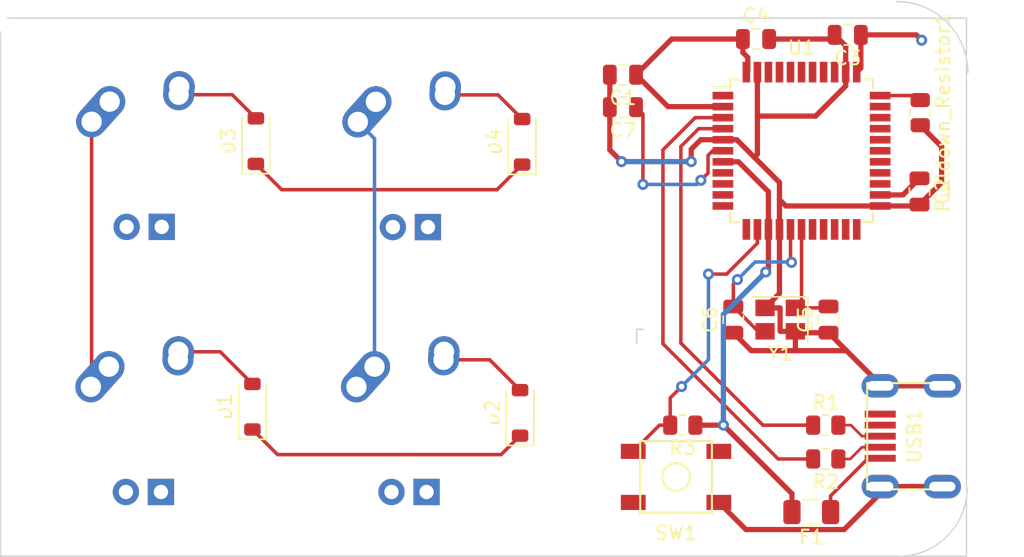
<source format=kicad_pcb>
(kicad_pcb (version 20221018) (generator pcbnew)
  (layers (0 "F.Cu" signal) (31 "B.Cu" signal) (34 "B.Paste" user) (35 "F.Paste" user) (36 "B.SilkS" user "B.Silkscreen") (37 "F.SilkS" user "F.Silkscreen") (38 "B.Mask" user) (39 "F.Mask" user) (44 "Edge.Cuts" user))
  (net 0 "")
  (net 1 "+5V")
  (net 2 "GND")
  (net 3 "Net-(U1-XTAL1)")
  (net 4 "Net-(U1-XTAL2)")
  (net 5 "Net-(U1-UCAP)")
  (net 6 "ROW1")
  (net 7 "Net-(D1-A)")
  (net 8 "Net-(D2-A)")
  (net 9 "ROW0")
  (net 10 "Net-(D3-A)")
  (net 11 "Net-(D4-A)")
  (net 12 "Net-(USB1-VBUS)")
  (net 13 "COL0")
  (net 14 "COL1")
  (net 15 "Net-(U1-~{HWB}{slash}PE2)")
  (net 16 "Net-(U1-D+)")
  (net 17 "D+")
  (net 18 "D-")
  (net 19 "Net-(U1-D-)")
  (net 20 "Net-(U1-~{RESET})")
  (footprint "Capacitor_SMD:C_0805_2012Metric" (layer "F.Cu") (at 170 87.85 90)
    (fp_text reference "C5" (at 0 -1.68 90) (layer "F.SilkS"))
    (fp_text value "22pF")
    (fp_line (start -0.261252 -0.735) (end 0.261252 -0.735) (stroke (width 0.12)) (layer "F.SilkS"))
    (fp_line (start -0.261252 0.735) (end 0.261252 0.735) (stroke (width 0.12)) (layer "F.SilkS"))
    (pad "1" smd roundrect (at -0.95 0 90) (size 1 1.45) (layers "F.Cu" "F.Paste" "F.Mask") (net 2 "GND"))
    (pad "2" smd roundrect (at 0.95 0 90) (size 1 1.45) (layers "F.Cu" "F.Paste" "F.Mask") (net 3 "Net-(U1-XTAL1)"))
  )
  (footprint "Resistor_SMD:R_0805_2012Metric" (layer "F.Cu") (at 169.8 97.95 180)
    (fp_text reference "R2" (at 0 -1.65) (layer "F.SilkS"))
    (fp_text value "22")
    (fp_line (start -0.227064 -0.735) (end 0.227064 -0.735) (stroke (width 0.12)) (layer "F.SilkS"))
    (fp_line (start -0.227064 0.735) (end 0.227064 0.735) (stroke (width 0.12)) (layer "F.SilkS"))
    (pad "1" smd roundrect (at -0.9125 0 180) (size 1.025 1.4) (layers "F.Cu" "F.Paste" "F.Mask") (roundrect_rratio 0.243902) (net 18 "D-"))
    (pad "2" smd roundrect (at 0.9125 0 180) (size 1.025 1.4) (layers "F.Cu" "F.Paste" "F.Mask") (roundrect_rratio 0.243902) (net 19 "Net-(U1-D-)"))
  )
  (footprint "Package_QFP:TQFP-44_10x10mm_P0.8mm" (layer "F.Cu") (at 168.045 75.6125)
    (fp_text reference "U1" (at 0 -7.45) (layer "F.SilkS"))
    (fp_text value "ATmega32U4-A")
    (fp_line (start -5.175 -5.175) (end -5.175 -4.6) (stroke (width 0.15)) (layer "F.SilkS"))
    (fp_line (start -5.175 -5.175) (end -4.5 -5.175) (stroke (width 0.15)) (layer "F.SilkS"))
    (fp_line (start -5.175 -4.6) (end -6.45 -4.6) (stroke (width 0.15)) (layer "F.SilkS"))
    (fp_line (start -5.175 5.175) (end -5.175 4.5) (stroke (width 0.15)) (layer "F.SilkS"))
    (fp_line (start -5.175 5.175) (end -4.5 5.175) (stroke (width 0.15)) (layer "F.SilkS"))
    (fp_line (start 5.175 -5.175) (end 4.5 -5.175) (stroke (width 0.15)) (layer "F.SilkS"))
    (fp_line (start 5.175 -5.175) (end 5.175 -4.5) (stroke (width 0.15)) (layer "F.SilkS"))
    (fp_line (start 5.175 5.175) (end 4.5 5.175) (stroke (width 0.15)) (layer "F.SilkS"))
    (fp_line (start 5.175 5.175) (end 5.175 4.5) (stroke (width 0.15)) (layer "F.SilkS"))
    (pad "1" smd rect (at -5.7 -4) (size 1.5 0.55) (layers "F.Cu" "F.Paste" "F.Mask"))
    (pad "2" smd rect (at -5.7 -3.2) (size 1.5 0.55) (layers "F.Cu" "F.Paste" "F.Mask") (net 1 "+5V"))
    (pad "3" smd rect (at -5.7 -2.4) (size 1.5 0.55) (layers "F.Cu" "F.Paste" "F.Mask") (net 19 "Net-(U1-D-)"))
    (pad "4" smd rect (at -5.7 -1.6) (size 1.5 0.55) (layers "F.Cu" "F.Paste" "F.Mask") (net 16 "Net-(U1-D+)"))
    (pad "5" smd rect (at -5.7 -0.8) (size 1.5 0.55) (layers "F.Cu" "F.Paste" "F.Mask") (net 2 "GND"))
    (pad "6" smd rect (at -5.7 0) (size 1.5 0.55) (layers "F.Cu" "F.Paste" "F.Mask") (net 5 "Net-(U1-UCAP)"))
    (pad "7" smd rect (at -5.7 0.8) (size 1.5 0.55) (layers "F.Cu" "F.Paste" "F.Mask") (net 1 "+5V"))
    (pad "8" smd rect (at -5.7 1.6) (size 1.5 0.55) (layers "F.Cu" "F.Paste" "F.Mask"))
    (pad "9" smd rect (at -5.7 2.4) (size 1.5 0.55) (layers "F.Cu" "F.Paste" "F.Mask"))
    (pad "10" smd rect (at -5.7 3.2) (size 1.5 0.55) (layers "F.Cu" "F.Paste" "F.Mask"))
    (pad "11" smd rect (at -5.7 4) (size 1.5 0.55) (layers "F.Cu" "F.Paste" "F.Mask"))
    (pad "12" smd rect (at -4 5.7 90) (size 1.5 0.55) (layers "F.Cu" "F.Paste" "F.Mask"))
    (pad "13" smd rect (at -3.2 5.7 90) (size 1.5 0.55) (layers "F.Cu" "F.Paste" "F.Mask") (net 20 "Net-(U1-~{RESET})"))
    (pad "14" smd rect (at -2.4 5.7 90) (size 1.5 0.55) (layers "F.Cu" "F.Paste" "F.Mask") (net 1 "+5V"))
    (pad "15" smd rect (at -1.6 5.7 90) (size 1.5 0.55) (layers "F.Cu" "F.Paste" "F.Mask") (net 2 "GND"))
    (pad "16" smd rect (at -0.8 5.7 90) (size 1.5 0.55) (layers "F.Cu" "F.Paste" "F.Mask") (net 4 "Net-(U1-XTAL2)"))
    (pad "17" smd rect (at 0 5.7 90) (size 1.5 0.55) (layers "F.Cu" "F.Paste" "F.Mask") (net 3 "Net-(U1-XTAL1)"))
    (pad "18" smd rect (at 0.8 5.7 90) (size 1.5 0.55) (layers "F.Cu" "F.Paste" "F.Mask"))
    (pad "19" smd rect (at 1.6 5.7 90) (size 1.5 0.55) (layers "F.Cu" "F.Paste" "F.Mask"))
    (pad "20" smd rect (at 2.4 5.7 90) (size 1.5 0.55) (layers "F.Cu" "F.Paste" "F.Mask"))
    (pad "21" smd rect (at 3.2 5.7 90) (size 1.5 0.55) (layers "F.Cu" "F.Paste" "F.Mask"))
    (pad "22" smd rect (at 4 5.7 90) (size 1.5 0.55) (layers "F.Cu" "F.Paste" "F.Mask"))
    (pad "23" smd rect (at 5.7 4) (size 1.5 0.55) (layers "F.Cu" "F.Paste" "F.Mask") (net 2 "GND"))
    (pad "24" smd rect (at 5.7 3.2) (size 1.5 0.55) (layers "F.Cu" "F.Paste" "F.Mask") (net 1 "+5V"))
    (pad "25" smd rect (at 5.7 2.4) (size 1.5 0.55) (layers "F.Cu" "F.Paste" "F.Mask"))
    (pad "26" smd rect (at 5.7 1.6) (size 1.5 0.55) (layers "F.Cu" "F.Paste" "F.Mask"))
    (pad "27" smd rect (at 5.7 0.8) (size 1.5 0.55) (layers "F.Cu" "F.Paste" "F.Mask"))
    (pad "28" smd rect (at 5.7 0) (size 1.5 0.55) (layers "F.Cu" "F.Paste" "F.Mask"))
    (pad "29" smd rect (at 5.7 -0.8) (size 1.5 0.55) (layers "F.Cu" "F.Paste" "F.Mask"))
    (pad "30" smd rect (at 5.7 -1.6) (size 1.5 0.55) (layers "F.Cu" "F.Paste" "F.Mask"))
    (pad "31" smd rect (at 5.7 -2.4) (size 1.5 0.55) (layers "F.Cu" "F.Paste" "F.Mask"))
    (pad "32" smd rect (at 5.7 -3.2) (size 1.5 0.55) (layers "F.Cu" "F.Paste" "F.Mask"))
    (pad "33" smd rect (at 5.7 -4) (size 1.5 0.55) (layers "F.Cu" "F.Paste" "F.Mask") (net 15 "Net-(U1-~{HWB}{slash}PE2)"))
    (pad "34" smd rect (at 4 -5.7 90) (size 1.5 0.55) (layers "F.Cu" "F.Paste" "F.Mask") (net 1 "+5V"))
    (pad "35" smd rect (at 3.2 -5.7 90) (size 1.5 0.55) (layers "F.Cu" "F.Paste" "F.Mask") (net 2 "GND"))
    (pad "36" smd rect (at 2.4 -5.7 90) (size 1.5 0.55) (layers "F.Cu" "F.Paste" "F.Mask"))
    (pad "37" smd rect (at 1.6 -5.7 90) (size 1.5 0.55) (layers "F.Cu" "F.Paste" "F.Mask"))
    (pad "38" smd rect (at 0.8 -5.7 90) (size 1.5 0.55) (layers "F.Cu" "F.Paste" "F.Mask"))
    (pad "39" smd rect (at 0 -5.7 90) (size 1.5 0.55) (layers "F.Cu" "F.Paste" "F.Mask"))
    (pad "40" smd rect (at -0.8 -5.7 90) (size 1.5 0.55) (layers "F.Cu" "F.Paste" "F.Mask"))
    (pad "41" smd rect (at -1.6 -5.7 90) (size 1.5 0.55) (layers "F.Cu" "F.Paste" "F.Mask"))
    (pad "42" smd rect (at -2.4 -5.7 90) (size 1.5 0.55) (layers "F.Cu" "F.Paste" "F.Mask"))
    (pad "43" smd rect (at -3.2 -5.7 90) (size 1.5 0.55) (layers "F.Cu" "F.Paste" "F.Mask") (net 2 "GND"))
    (pad "44" smd rect (at -4 -5.7 90) (size 1.5 0.55) (layers "F.Cu" "F.Paste" "F.Mask") (net 1 "+5V"))
  )
  (footprint "Diode_SMD:D_SOD-123" (layer "F.Cu") (at 128.495 74.9125 90)
    (fp_text reference "D3" (at 0 -2 90) (layer "F.SilkS"))
    (fp_text value "D_Small")
    (fp_line (start -2.36 -1) (end -2.36 1) (stroke (width 0.12)) (layer "F.SilkS"))
    (fp_line (start -2.36 -1) (end 1.65 -1) (stroke (width 0.12)) (layer "F.SilkS"))
    (fp_line (start -2.36 1) (end 1.65 1) (stroke (width 0.12)) (layer "F.SilkS"))
    (pad "1" smd roundrect (at -1.65 0 90) (size 0.9 1.2) (layers "F.Cu" "F.Paste" "F.Mask") (net 9 "ROW0"))
    (pad "2" smd roundrect (at 1.65 0 90) (size 0.9 1.2) (layers "F.Cu" "F.Paste" "F.Mask") (net 10 "Net-(D3-A)"))
  )
  (footprint "MX_Alps_Hybrid:MX-1U" (layer "F.Cu") (at 120.4 76.05)
    (fp_text reference "MX1")
    (fp_text value "MX-NoLED")
    (pad "" np_thru_hole circle (at -5.08 0 48.0996) (size 1.75 1.75) (drill 1.75) (layers "*.Cu" "*.Mask"))
    (pad "" np_thru_hole circle (at 0 0) (size 3.9878 3.9878) (drill 3.9878) (layers "*.Cu" "*.Mask"))
    (pad "" np_thru_hole circle (at 5.08 0 48.0996) (size 1.75 1.75) (drill 1.75) (layers "*.Cu" "*.Mask"))
    (pad "1" thru_hole oval (at -3.81 -2.54 48.0996) (size 4.211556 2.25) (drill 1.47 (offset 0.980778 0)) (layers "*.Cu" "B.Mask") (net 13 "COL0"))
    (pad "1" thru_hole circle (at -2.5 -4) (size 2.25 2.25) (drill 1.47) (layers "*.Cu" "B.Mask") (net 13 "COL0"))
    (pad "2" thru_hole oval (at 2.5 -4.5 86.0548) (size 2.831378 2.25) (drill 1.47 (offset 0.290689 0)) (layers "*.Cu" "B.Mask") (net 10 "Net-(D3-A)"))
    (pad "2" thru_hole circle (at 2.54 -5.08) (size 2.25 2.25) (drill 1.47) (layers "*.Cu" "B.Mask") (net 10 "Net-(D3-A)"))
    (pad "3" thru_hole circle (at -1.27 5.08) (size 1.905 1.905) (drill 1.04) (layers "*.Cu" "B.Mask"))
    (pad "4" thru_hole rect (at 1.27 5.08) (size 1.905 1.905) (drill 1.04) (layers "*.Cu" "B.Mask"))
  )
  (footprint "random-keyboard-parts:SKQG-1155865" (layer "F.Cu") (at 158.95 99.25)
    (fp_text reference "SW1" (at 0 4.064) (layer "F.SilkS"))
    (fp_text value "SW_Push")
    (fp_line (start -2.6 -2.6) (end 2.6 -2.6) (stroke (width 0.15)) (layer "F.SilkS"))
    (fp_line (start -2.6 2.6) (end -2.6 -2.6) (stroke (width 0.15)) (layer "F.SilkS"))
    (fp_line (start 2.6 -2.6) (end 2.6 2.6) (stroke (width 0.15)) (layer "F.SilkS"))
    (fp_line (start 2.6 2.6) (end -2.6 2.6) (stroke (width 0.15)) (layer "F.SilkS"))
    (fp_circle (center 0 0) (end 1 0) (stroke (width 0.15)) (fill none) (layer "F.SilkS"))
    (pad "1" smd rect (at 3.1 1.85) (size 1.8 1.1) (layers "F.Cu" "F.Paste" "F.Mask") (net 2 "GND"))
    (pad "2" smd rect (at -3.1 -1.85) (size 1.8 1.1) (layers "F.Cu" "F.Paste" "F.Mask") (net 20 "Net-(U1-~{RESET})"))
    (pad "3" smd rect (at 3.1 -1.85) (size 1.8 1.1) (layers "F.Cu" "F.Paste" "F.Mask"))
    (pad "4" smd rect (at -3.1 1.85) (size 1.8 1.1) (layers "F.Cu" "F.Paste" "F.Mask"))
  )
  (footprint "Diode_SMD:D_SOD-123" (layer "F.Cu") (at 147.645 94.6125 90)
    (fp_text reference "D2" (at 0 -2 90) (layer "F.SilkS"))
    (fp_text value "D_Small")
    (fp_line (start -2.36 -1) (end -2.36 1) (stroke (width 0.12)) (layer "F.SilkS"))
    (fp_line (start -2.36 -1) (end 1.65 -1) (stroke (width 0.12)) (layer "F.SilkS"))
    (fp_line (start -2.36 1) (end 1.65 1) (stroke (width 0.12)) (layer "F.SilkS"))
    (pad "1" smd roundrect (at -1.65 0 90) (size 0.9 1.2) (layers "F.Cu" "F.Paste" "F.Mask") (net 6 "ROW1"))
    (pad "2" smd roundrect (at 1.65 0 90) (size 0.9 1.2) (layers "F.Cu" "F.Paste" "F.Mask") (net 8 "Net-(D2-A)"))
  )
  (footprint "Resistor_SMD:R_0805_2012Metric" (layer "F.Cu") (at 159.4375 95.5 180)
    (fp_text reference "R3" (at 0 -1.65) (layer "F.SilkS"))
    (fp_text value "10k")
    (fp_line (start -0.227064 -0.735) (end 0.227064 -0.735) (stroke (width 0.12)) (layer "F.SilkS"))
    (fp_line (start -0.227064 0.735) (end 0.227064 0.735) (stroke (width 0.12)) (layer "F.SilkS"))
    (pad "1" smd roundrect (at -0.9125 0 180) (size 1.025 1.4) (layers "F.Cu" "F.Paste" "F.Mask") (roundrect_rratio 0.243902) (net 1 "+5V"))
    (pad "2" smd roundrect (at 0.9125 0 180) (size 1.025 1.4) (layers "F.Cu" "F.Paste" "F.Mask") (roundrect_rratio 0.243902) (net 20 "Net-(U1-~{RESET})"))
  )
  (footprint "Capacitor_SMD:C_0805_2012Metric" (layer "F.Cu") (at 155.1 70.1 180)
    (fp_text reference "C1" (at 0 -1.68) (layer "F.SilkS"))
    (fp_text value "0.1uF")
    (fp_line (start -0.261252 -0.735) (end 0.261252 -0.735) (stroke (width 0.12)) (layer "F.SilkS"))
    (fp_line (start -0.261252 0.735) (end 0.261252 0.735) (stroke (width 0.12)) (layer "F.SilkS"))
    (pad "1" smd roundrect (at -0.95 0 180) (size 1 1.45) (layers "F.Cu" "F.Paste" "F.Mask") (net 1 "+5V"))
    (pad "2" smd roundrect (at 0.95 0 180) (size 1 1.45) (layers "F.Cu" "F.Paste" "F.Mask") (net 2 "GND"))
  )
  (footprint "Capacitor_SMD:C_0805_2012Metric" (layer "F.Cu") (at 163.1 87.85 90)
    (fp_text reference "C6" (at 0 -1.68 90) (layer "F.SilkS"))
    (fp_text value "22pF")
    (fp_line (start -0.261252 -0.735) (end 0.261252 -0.735) (stroke (width 0.12)) (layer "F.SilkS"))
    (fp_line (start -0.261252 0.735) (end 0.261252 0.735) (stroke (width 0.12)) (layer "F.SilkS"))
    (pad "1" smd roundrect (at -0.95 0 90) (size 1 1.45) (layers "F.Cu" "F.Paste" "F.Mask") (net 2 "GND"))
    (pad "2" smd roundrect (at 0.95 0 90) (size 1 1.45) (layers "F.Cu" "F.Paste" "F.Mask") (net 4 "Net-(U1-XTAL2)"))
  )
  (footprint "Resistor_SMD:R_0805_2012Metric" (layer "F.Cu") (at 169.8 95.5)
    (fp_text reference "R1" (at 0 -1.65) (layer "F.SilkS"))
    (fp_text value "22")
    (fp_line (start -0.227064 -0.735) (end 0.227064 -0.735) (stroke (width 0.12)) (layer "F.SilkS"))
    (fp_line (start -0.227064 0.735) (end 0.227064 0.735) (stroke (width 0.12)) (layer "F.SilkS"))
    (pad "1" smd roundrect (at -0.9125 0) (size 1.025 1.4) (layers "F.Cu" "F.Paste" "F.Mask") (roundrect_rratio 0.243902) (net 16 "Net-(U1-D+)"))
    (pad "2" smd roundrect (at 0.9125 0) (size 1.025 1.4) (layers "F.Cu" "F.Paste" "F.Mask") (roundrect_rratio 0.243902) (net 17 "D+"))
  )
  (footprint "MX_Alps_Hybrid:MX-1U" (layer "F.Cu") (at 139.695 76.0625)
    (fp_text reference "MX2")
    (fp_text value "MX-NoLED")
    (pad "" np_thru_hole circle (at -5.08 0 48.0996) (size 1.75 1.75) (drill 1.75) (layers "*.Cu" "*.Mask"))
    (pad "" np_thru_hole circle (at 0 0) (size 3.9878 3.9878) (drill 3.9878) (layers "*.Cu" "*.Mask"))
    (pad "" np_thru_hole circle (at 5.08 0 48.0996) (size 1.75 1.75) (drill 1.75) (layers "*.Cu" "*.Mask"))
    (pad "1" thru_hole oval (at -3.81 -2.54 48.0996) (size 4.211556 2.25) (drill 1.47 (offset 0.980778 0)) (layers "*.Cu" "B.Mask") (net 14 "COL1"))
    (pad "1" thru_hole circle (at -2.5 -4) (size 2.25 2.25) (drill 1.47) (layers "*.Cu" "B.Mask") (net 14 "COL1"))
    (pad "2" thru_hole oval (at 2.5 -4.5 86.0548) (size 2.831378 2.25) (drill 1.47 (offset 0.290689 0)) (layers "*.Cu" "B.Mask") (net 11 "Net-(D4-A)"))
    (pad "2" thru_hole circle (at 2.54 -5.08) (size 2.25 2.25) (drill 1.47) (layers "*.Cu" "B.Mask") (net 11 "Net-(D4-A)"))
    (pad "3" thru_hole circle (at -1.27 5.08) (size 1.905 1.905) (drill 1.04) (layers "*.Cu" "B.Mask"))
    (pad "4" thru_hole rect (at 1.27 5.08) (size 1.905 1.905) (drill 1.04) (layers "*.Cu" "B.Mask"))
  )
  (footprint "Capacitor_SMD:C_0805_2012Metric" (layer "F.Cu") (at 155.1 72.45 180)
    (fp_text reference "C7" (at 0 -1.68) (layer "F.SilkS"))
    (fp_text value "1uF")
    (fp_line (start -0.261252 -0.735) (end 0.261252 -0.735) (stroke (width 0.12)) (layer "F.SilkS"))
    (fp_line (start -0.261252 0.735) (end 0.261252 0.735) (stroke (width 0.12)) (layer "F.SilkS"))
    (pad "1" smd roundrect (at -0.95 0 180) (size 1 1.45) (layers "F.Cu" "F.Paste" "F.Mask") (net 5 "Net-(U1-UCAP)"))
    (pad "2" smd roundrect (at 0.95 0 180) (size 1 1.45) (layers "F.Cu" "F.Paste" "F.Mask") (net 2 "GND"))
  )
  (footprint "Capacitor_SMD:C_0805_2012Metric" (layer "F.Cu") (at 164.745 67.5125)
    (fp_text reference "C4" (at 0 -1.68) (layer "F.SilkS"))
    (fp_text value "10uF")
    (fp_line (start -0.261252 -0.735) (end 0.261252 -0.735) (stroke (width 0.12)) (layer "F.SilkS"))
    (fp_line (start -0.261252 0.735) (end 0.261252 0.735) (stroke (width 0.12)) (layer "F.SilkS"))
    (pad "1" smd roundrect (at -0.95 0) (size 1 1.45) (layers "F.Cu" "F.Paste" "F.Mask") (net 1 "+5V"))
    (pad "2" smd roundrect (at 0.95 0) (size 1 1.45) (layers "F.Cu" "F.Paste" "F.Mask") (net 2 "GND"))
  )
  (footprint "Capacitor_SMD:C_0805_2012Metric" (layer "F.Cu") (at 176.595 78.5625 -90)
    (fp_text reference "C2" (at 0 -1.68 90) (layer "F.SilkS"))
    (fp_text value "0.1uF")
    (fp_line (start -0.261252 -0.735) (end 0.261252 -0.735) (stroke (width 0.12)) (layer "F.SilkS"))
    (fp_line (start -0.261252 0.735) (end 0.261252 0.735) (stroke (width 0.12)) (layer "F.SilkS"))
    (pad "1" smd roundrect (at -0.95 0 270) (size 1 1.45) (layers "F.Cu" "F.Paste" "F.Mask") (net 1 "+5V"))
    (pad "2" smd roundrect (at 0.95 0 270) (size 1 1.45) (layers "F.Cu" "F.Paste" "F.Mask") (net 2 "GND"))
  )
  (footprint "Fuse:Fuse_1206_3216Metric" (layer "F.Cu") (at 168.75 101.8 180)
    (fp_text reference "F1" (at 0 -1.82) (layer "F.SilkS"))
    (fp_text value "500mA")
    (fp_line (start -0.602064 -0.91) (end 0.602064 -0.91) (stroke (width 0.12)) (layer "F.SilkS"))
    (fp_line (start -0.602064 0.91) (end 0.602064 0.91) (stroke (width 0.12)) (layer "F.SilkS"))
    (pad "1" smd roundrect (at -1.4 0 180) (size 1.25 1.75) (layers "F.Cu" "F.Paste" "F.Mask") (roundrect_rratio 0.2) (net 12 "Net-(USB1-VBUS)"))
    (pad "2" smd roundrect (at 1.4 0 180) (size 1.25 1.75) (layers "F.Cu" "F.Paste" "F.Mask") (roundrect_rratio 0.2) (net 1 "+5V"))
  )
  (footprint "random-keyboard-parts:Molex-0548190589" (layer "F.Cu") (at 178.25 96.3 180)
    (fp_text reference "USB1" (at 2.032 0 90) (layer "F.SilkS"))
    (fp_text value "Molex-0548190589")
    (fp_line (start 0 -3.85) (end 5.45 -3.85) (stroke (width 0.15)) (layer "F.SilkS"))
    (fp_line (start 0 3.85) (end 5.45 3.85) (stroke (width 0.15)) (layer "F.SilkS"))
    (fp_line (start 5.45 -3.85) (end 5.45 3.85) (stroke (width 0.15)) (layer "F.SilkS"))
    (pad "1" smd rect (at 4.5 1.6 180) (size 2.25 0.5) (layers "F.Cu" "F.Paste" "F.Mask") (net 2 "GND"))
    (pad "2" smd rect (at 4.5 0.8 180) (size 2.25 0.5) (layers "F.Cu" "F.Paste" "F.Mask"))
    (pad "3" smd rect (at 4.5 0 180) (size 2.25 0.5) (layers "F.Cu" "F.Paste" "F.Mask") (net 17 "D+"))
    (pad "4" smd rect (at 4.5 -0.8 180) (size 2.25 0.5) (layers "F.Cu" "F.Paste" "F.Mask") (net 18 "D-"))
    (pad "5" smd rect (at 4.5 -1.6 180) (size 2.25 0.5) (layers "F.Cu" "F.Paste" "F.Mask") (net 12 "Net-(USB1-VBUS)"))
    (pad "6" thru_hole oval (at 0 -3.65 180) (size 2.7 1.7) (drill oval 1.9 0.7) (layers "*.Cu" "*.Mask") (net 2 "GND"))
    (pad "6" thru_hole oval (at 0 3.65 180) (size 2.7 1.7) (drill oval 1.9 0.7) (layers "*.Cu" "*.Mask") (net 2 "GND"))
    (pad "6" thru_hole oval (at 4.5 -3.65 180) (size 2.7 1.7) (drill oval 1.9 0.7) (layers "*.Cu" "*.Mask") (net 2 "GND"))
    (pad "6" thru_hole oval (at 4.5 3.65 180) (size 2.7 1.7) (drill oval 1.9 0.7) (layers "*.Cu" "*.Mask") (net 2 "GND"))
  )
  (footprint "Crystal:Crystal_SMD_3225-4Pin_3.2x2.5mm" (layer "F.Cu") (at 166.5 87.85 180)
    (fp_text reference "Y1" (at 0 -2.45) (layer "F.SilkS"))
    (fp_text value "16MHz")
    (fp_line (start -2 -1.65) (end -2 1.65) (stroke (width 0.12)) (layer "F.SilkS"))
    (fp_line (start -2 1.65) (end 2 1.65) (stroke (width 0.12)) (layer "F.SilkS"))
    (pad "1" smd rect (at -1.1 0.85 180) (size 1.4 1.2) (layers "F.Cu" "F.Paste" "F.Mask") (net 3 "Net-(U1-XTAL1)"))
    (pad "2" smd rect (at 1.1 0.85 180) (size 1.4 1.2) (layers "F.Cu" "F.Paste" "F.Mask") (net 2 "GND"))
    (pad "3" smd rect (at 1.1 -0.85 180) (size 1.4 1.2) (layers "F.Cu" "F.Paste" "F.Mask") (net 4 "Net-(U1-XTAL2)"))
    (pad "4" smd rect (at -1.1 -0.85 180) (size 1.4 1.2) (layers "F.Cu" "F.Paste" "F.Mask") (net 2 "GND"))
  )
  (footprint "Capacitor_SMD:C_0805_2012Metric" (layer "F.Cu") (at 171.395 67.2125 180)
    (fp_text reference "C3" (at 0 -1.68) (layer "F.SilkS"))
    (fp_text value "0.1uF")
    (fp_line (start -0.261252 -0.735) (end 0.261252 -0.735) (stroke (width 0.12)) (layer "F.SilkS"))
    (fp_line (start -0.261252 0.735) (end 0.261252 0.735) (stroke (width 0.12)) (layer "F.SilkS"))
    (pad "1" smd roundrect (at -0.95 0 180) (size 1 1.45) (layers "F.Cu" "F.Paste" "F.Mask") (net 1 "+5V"))
    (pad "2" smd roundrect (at 0.95 0 180) (size 1 1.45) (layers "F.Cu" "F.Paste" "F.Mask") (net 2 "GND"))
  )
  (footprint "MX_Alps_Hybrid:MX-1U" (layer "F.Cu") (at 139.595 95.2625)
    (fp_text reference "MX4")
    (fp_text value "MX-NoLED")
    (pad "" np_thru_hole circle (at -5.08 0 48.0996) (size 1.75 1.75) (drill 1.75) (layers "*.Cu" "*.Mask"))
    (pad "" np_thru_hole circle (at 0 0) (size 3.9878 3.9878) (drill 3.9878) (layers "*.Cu" "*.Mask"))
    (pad "" np_thru_hole circle (at 5.08 0 48.0996) (size 1.75 1.75) (drill 1.75) (layers "*.Cu" "*.Mask"))
    (pad "1" thru_hole oval (at -3.81 -2.54 48.0996) (size 4.211556 2.25) (drill 1.47 (offset 0.980778 0)) (layers "*.Cu" "B.Mask") (net 14 "COL1"))
    (pad "1" thru_hole circle (at -2.5 -4) (size 2.25 2.25) (drill 1.47) (layers "*.Cu" "B.Mask") (net 14 "COL1"))
    (pad "2" thru_hole oval (at 2.5 -4.5 86.0548) (size 2.831378 2.25) (drill 1.47 (offset 0.290689 0)) (layers "*.Cu" "B.Mask") (net 8 "Net-(D2-A)"))
    (pad "2" thru_hole circle (at 2.54 -5.08) (size 2.25 2.25) (drill 1.47) (layers "*.Cu" "B.Mask") (net 8 "Net-(D2-A)"))
    (pad "3" thru_hole circle (at -1.27 5.08) (size 1.905 1.905) (drill 1.04) (layers "*.Cu" "B.Mask"))
    (pad "4" thru_hole rect (at 1.27 5.08) (size 1.905 1.905) (drill 1.04) (layers "*.Cu" "B.Mask"))
  )
  (footprint "Diode_SMD:D_SOD-123" (layer "F.Cu") (at 147.795 74.9625 90)
    (fp_text reference "D4" (at 0 -2 90) (layer "F.SilkS"))
    (fp_text value "D_Small")
    (fp_line (start -2.36 -1) (end -2.36 1) (stroke (width 0.12)) (layer "F.SilkS"))
    (fp_line (start -2.36 -1) (end 1.65 -1) (stroke (width 0.12)) (layer "F.SilkS"))
    (fp_line (start -2.36 1) (end 1.65 1) (stroke (width 0.12)) (layer "F.SilkS"))
    (pad "1" smd roundrect (at -1.65 0 90) (size 0.9 1.2) (layers "F.Cu" "F.Paste" "F.Mask") (net 9 "ROW0"))
    (pad "2" smd roundrect (at 1.65 0 90) (size 0.9 1.2) (layers "F.Cu" "F.Paste" "F.Mask") (net 11 "Net-(D4-A)"))
  )
  (footprint "Diode_SMD:D_SOD-123" (layer "F.Cu") (at 128.245 94.1625 90)
    (fp_text reference "D1" (at 0 -2 90) (layer "F.SilkS"))
    (fp_text value "D_Small")
    (fp_line (start -2.36 -1) (end -2.36 1) (stroke (width 0.12)) (layer "F.SilkS"))
    (fp_line (start -2.36 -1) (end 1.65 -1) (stroke (width 0.12)) (layer "F.SilkS"))
    (fp_line (start -2.36 1) (end 1.65 1) (stroke (width 0.12)) (layer "F.SilkS"))
    (pad "1" smd roundrect (at -1.65 0 90) (size 0.9 1.2) (layers "F.Cu" "F.Paste" "F.Mask") (net 6 "ROW1"))
    (pad "2" smd roundrect (at 1.65 0 90) (size 0.9 1.2) (layers "F.Cu" "F.Paste" "F.Mask") (net 7 "Net-(D1-A)"))
  )
  (footprint "MX_Alps_Hybrid:MX-1U" (layer "F.Cu") (at 120.345 95.2625)
    (fp_text reference "MX3")
    (fp_text value "MX-NoLED")
    (pad "" np_thru_hole circle (at -5.08 0 48.0996) (size 1.75 1.75) (drill 1.75) (layers "*.Cu" "*.Mask"))
    (pad "" np_thru_hole circle (at 0 0) (size 3.9878 3.9878) (drill 3.9878) (layers "*.Cu" "*.Mask"))
    (pad "" np_thru_hole circle (at 5.08 0 48.0996) (size 1.75 1.75) (drill 1.75) (layers "*.Cu" "*.Mask"))
    (pad "1" thru_hole oval (at -3.81 -2.54 48.0996) (size 4.211556 2.25) (drill 1.47 (offset 0.980778 0)) (layers "*.Cu" "B.Mask") (net 13 "COL0"))
    (pad "1" thru_hole circle (at -2.5 -4) (size 2.25 2.25) (drill 1.47) (layers "*.Cu" "B.Mask") (net 13 "COL0"))
    (pad "2" thru_hole oval (at 2.5 -4.5 86.0548) (size 2.831378 2.25) (drill 1.47 (offset 0.290689 0)) (layers "*.Cu" "B.Mask") (net 7 "Net-(D1-A)"))
    (pad "2" thru_hole circle (at 2.54 -5.08) (size 2.25 2.25) (drill 1.47) (layers "*.Cu" "B.Mask") (net 7 "Net-(D1-A)"))
    (pad "3" thru_hole circle (at -1.27 5.08) (size 1.905 1.905) (drill 1.04) (layers "*.Cu" "B.Mask"))
    (pad "4" thru_hole rect (at 1.27 5.08) (size 1.905 1.905) (drill 1.04) (layers "*.Cu" "B.Mask"))
  )
  (footprint "Resistor_SMD:R_0805_2012Metric" (layer "F.Cu") (at 176.645 72.85 -90)
    (fp_text reference "Pulldown_Resistor1" (at 0 -1.65 90) (layer "F.SilkS"))
    (fp_text value "10k")
    (fp_line (start -0.227064 -0.735) (end 0.227064 -0.735) (stroke (width 0.12)) (layer "F.SilkS"))
    (fp_line (start -0.227064 0.735) (end 0.227064 0.735) (stroke (width 0.12)) (layer "F.SilkS"))
    (pad "1" smd roundrect (at -0.9125 0 270) (size 1.025 1.4) (layers "F.Cu" "F.Paste" "F.Mask") (roundrect_rratio 0.243902) (net 15 "Net-(U1-~{HWB}{slash}PE2)"))
    (pad "2" smd roundrect (at 0.9125 0 270) (size 1.025 1.4) (layers "F.Cu" "F.Paste" "F.Mask") (roundrect_rratio 0.243902) (net 2 "GND"))
  )
  (gr_line (start 149.5 66) (end 180 66) (stroke (width 0.1)) (layer "Edge.Cuts"))
  (gr_arc (start 174.95 64.8) (mid 178.5916 66.3084) (end 180.1 69.95) (stroke (width 0.1)) (layer "Edge.Cuts"))
  (gr_line (start 180 105) (end 110 105) (stroke (width 0.1)) (layer "Edge.Cuts"))
  (gr_line (start 156.1 89.55) (end 156.1 88.55) (stroke (width 0.1)) (layer "Edge.Cuts"))
  (gr_line (start 110 105) (end 110 67) (stroke (width 0.1)) (layer "Edge.Cuts"))
  (gr_line (start 110.5 66) (end 149.5 66) (stroke (width 0.1)) (layer "Edge.Cuts"))
  (gr_line (start 156.1 88.55) (end 156.6 88.55) (stroke (width 0.1)) (layer "Edge.Cuts"))
  (gr_arc (start 180.05 100.05) (mid 178.600179 103.550179) (end 175.1 105) (stroke (width 0.1)) (layer "Edge.Cuts"))
  (gr_line (start 180 66) (end 180 105) (stroke (width 0.1)) (layer "Edge.Cuts"))
  (segment (start 175.395 78.8125) (end 173.745 78.8125) (width 0.381) (layer "F.Cu") (net 1))
  (segment (start 172.345 67.2125) (end 172.345 69.6125) (width 0.381) (layer "F.Cu") (net 1))
  (segment (start 176.595 77.6125) (end 175.395 78.8125) (width 0.381) (layer "F.Cu") (net 1))
  (segment (start 176.3625 67.2125) (end 176.75 67.6) (width 0.381) (layer "F.Cu") (net 1))
  (segment (start 165.645 84.205) (end 165.45 84.4) (width 0.381) (layer "F.Cu") (net 1))
  (segment (start 165.645 81.3125) (end 165.645 84.205) (width 0.381) (layer "F.Cu") (net 1))
  (segment (start 167.35 101.8) (end 167.35 100.469) (width 0.381) (layer "F.Cu") (net 1))
  (segment (start 156.05 70.1) (end 158.6375 67.5125) (width 0.381) (layer "F.Cu") (net 1))
  (segment (start 162.345 76.4125) (end 163.476 76.4125) (width 0.381) (layer "F.Cu") (net 1))
  (segment (start 163.795 67.5125) (end 163.795 68.495) (width 0.381) (layer "F.Cu") (net 1))
  (segment (start 167.35 100.469) (end 162.381 95.5) (width 0.381) (layer "F.Cu") (net 1))
  (segment (start 164.15 69.8075) (end 164.045 69.9125) (width 0.381) (layer "F.Cu") (net 1))
  (segment (start 164.15 68.85) (end 164.15 69.8075) (width 0.381) (layer "F.Cu") (net 1))
  (segment (start 163.795 68.495) (end 164.15 68.85) (width 0.381) (layer "F.Cu") (net 1))
  (segment (start 172.345 69.6125) (end 172.045 69.9125) (width 0.381) (layer "F.Cu") (net 1))
  (segment (start 163.476 76.4125) (end 165.645 78.5815) (width 0.381) (layer "F.Cu") (net 1))
  (segment (start 165.645 78.5815) (end 165.645 81.3125) (width 0.381) (layer "F.Cu") (net 1))
  (segment (start 156.05 70.1) (end 158.3625 72.4125) (width 0.381) (layer "F.Cu") (net 1))
  (segment (start 158.6375 67.5125) (end 163.795 67.5125) (width 0.381) (layer "F.Cu") (net 1))
  (segment (start 158.3625 72.4125) (end 162.345 72.4125) (width 0.381) (layer "F.Cu") (net 1))
  (segment (start 162.381 95.5) (end 160.35 95.5) (width 0.381) (layer "F.Cu") (net 1))
  (segment (start 172.345 67.2125) (end 176.3625 67.2125) (width 0.381) (layer "F.Cu") (net 1))
  (via (at 176.75 67.6) (size 0.8) (drill 0.4) (layers "F.Cu" "B.Cu") (net 1))
  (via (at 165.45 84.4) (size 0.8) (drill 0.4) (layers "F.Cu" "B.Cu") (net 1))
  (via (at 162.381 95.5) (size 0.8) (drill 0.4) (layers "F.Cu" "B.Cu") (net 1))
  (segment (start 162.381 87.469) (end 165.45 84.4) (width 0.381) (layer "B.Cu") (net 1))
  (segment (start 162.381 95.5) (end 162.381 87.469) (width 0.381) (layer "B.Cu") (net 1))
  (segment (start 173.75 99.95) (end 178.25 99.95) (width 0.381) (layer "F.Cu") (net 2))
  (segment (start 154.15 70.1) (end 154.15 72.45) (width 0.381) (layer "F.Cu") (net 2))
  (segment (start 165.695 67.5125) (end 170.145 67.5125) (width 0.381) (layer "F.Cu") (net 2))
  (segment (start 164.61925 76.08075) (end 164.845 75.855) (width 0.381) (layer "F.Cu") (net 2))
  (segment (start 164.0155 103.0655) (end 171.1345 103.0655) (width 0.381) (layer "F.Cu") (net 2))
  (segment (start 176.645 73.7625) (end 178.2 75.3175) (width 0.381) (layer "F.Cu") (net 2))
  (segment (start 166.445 85.955) (end 166.445 81.3125) (width 0.381) (layer "F.Cu") (net 2))
  (segment (start 171.3 90.1) (end 170 88.8) (width 0.381) (layer "F.Cu") (net 2))
  (segment (start 167.6 88.7) (end 167.6 90.1) (width 0.381) (layer "F.Cu") (net 2))
  (segment (start 166.445 77.9065) (end 164.61925 76.08075) (width 0.381) (layer "F.Cu") (net 2))
  (segment (start 173.75 92.55) (end 171.3 90.1) (width 0.381) (layer "F.Cu") (net 2))
  (segment (start 170.145 67.5125) (end 170.445 67.2125) (width 0.381) (layer "F.Cu") (net 2))
  (segment (start 162.05 101.1) (end 164.0155 103.0655) (width 0.381) (layer "F.Cu") (net 2))
  (segment (start 166.9075 79.6125) (end 173.745 79.6125) (width 0.381) (layer "F.Cu") (net 2))
  (segment (start 173.745 79.6125) (end 176.495 79.6125) (width 0.381) (layer "F.Cu") (net 2))
  (segment (start 160.05 76.4) (end 160.05 75.5) (width 0.381) (layer "F.Cu") (net 2))
  (segment (start 166.519 88.7) (end 167.6 88.7) (width 0.381) (layer "F.Cu") (net 2))
  (segment (start 154.15 72.45) (end 154.15 75.55) (width 0.381) (layer "F.Cu") (net 2))
  (segment (start 164.845 73.1) (end 164.845 69.9125) (width 0.381) (layer "F.Cu") (net 2))
  (segment (start 164.845 73.1) (end 169.0635 73.1) (width 0.381) (layer "F.Cu") (net 2))
  (segment (start 166.4905 87.0095) (end 166.4905 88.6715) (width 0.381) (layer "F.Cu") (net 2))
  (segment (start 160.05 75.5) (end 160.7375 74.8125) (width 0.381) (layer "F.Cu") (net 2))
  (segment (start 171.245 70.9185) (end 171.245 69.9125) (width 0.381) (layer "F.Cu") (net 2))
  (segment (start 165.4 87) (end 166.481 87) (width 0.381) (layer "F.Cu") (net 2))
  (segment (start 178.2 75.3175) (end 178.2 77.9075) (width 0.381) (layer "F.Cu") (net 2))
  (segment (start 170 88.8) (end 167.7 88.8) (width 0.381) (layer "F.Cu") (net 2))
  (segment (start 169.0635 73.1) (end 171.245 70.9185) (width 0.381) (layer "F.Cu") (net 2))
  (segment (start 173.75 92.65) (end 173.75 92.55) (width 0.381) (layer "F.Cu") (net 2))
  (segment (start 170.445 67.2125) (end 171.245 68.0125) (width 0.381) (layer "F.Cu") (net 2))
  (segment (start 154.15 75.55) (end 155 76.4) (width 0.381) (layer "F.Cu") (net 2))
  (segment (start 173.75 92.65) (end 178.25 92.65) (width 0.381) (layer "F.Cu") (net 2))
  (segment (start 173.75 100.45) (end 173.75 99.95) (width 0.381) (layer "F.Cu") (net 2))
  (segment (start 163.1 88.8) (end 164.4 90.1) (width 0.381) (layer "F.Cu") (net 2))
  (segment (start 166.445 81.3125) (end 166.445 79.15) (width 0.381) (layer "F.Cu") (net 2))
  (segment (start 163.351 74.8125) (end 162.345 74.8125) (width 0.381) (layer "F.Cu") (net 2))
  (segment (start 167.6 90.1) (end 171.3 90.1) (width 0.381) (layer "F.Cu") (net 2))
  (segment (start 165.4 87) (end 166.445 85.955) (width 0.381) (layer "F.Cu") (net 2))
  (segment (start 164.845 75.855) (end 164.845 73.1) (width 0.381) (layer "F.Cu") (net 2))
  (segment (start 171.245 68.0125) (end 171.245 69.9125) (width 0.381) (layer "F.Cu") (net 2))
  (segment (start 166.481 87) (end 166.4905 87.0095) (width 0.381) (layer "F.Cu") (net 2))
  (segment (start 160.7375 74.8125) (end 162.345 74.8125) (width 0.381) (layer "F.Cu") (net 2))
  (segment (start 166.445 79.15) (end 166.445 77.9065) (width 0.381) (layer "F.Cu") (net 2))
  (segment (start 167.7 88.8) (end 167.6 88.7) (width 0.381) (layer "F.Cu") (net 2))
  (segment (start 164.4 90.1) (end 167.6 90.1) (width 0.381) (layer "F.Cu") (net 2))
  (segment (start 178.2 77.9075) (end 176.595 79.5125) (width 0.381) (layer "F.Cu") (net 2))
  (segment (start 166.445 79.15) (end 166.9075 79.6125) (width 0.381) (layer "F.Cu") (net 2))
  (segment (start 176.495 79.6125) (end 176.595 79.5125) (width 0.381) (layer "F.Cu") (net 2))
  (segment (start 166.4905 88.6715) (end 166.519 88.7) (width 0.381) (layer "F.Cu") (net 2))
  (segment (start 171.1345 103.0655) (end 173.75 100.45) (width 0.381) (layer "F.Cu") (net 2))
  (segment (start 164.61925 76.08075) (end 163.351 74.8125) (width 0.381) (layer "F.Cu") (net 2))
  (via (at 160.05 76.4) (size 0.8) (drill 0.4) (layers "F.Cu" "B.Cu") (net 2))
  (via (at 155 76.4) (size 0.8) (drill 0.4) (layers "F.Cu" "B.Cu") (net 2))
  (segment (start 160.05 76.4) (end 155 76.4) (width 0.381) (layer "B.Cu") (net 2))
  (segment (start 169.9 87) (end 170 86.9) (width 0.254) (layer "F.Cu") (net 3))
  (segment (start 167.6 87) (end 168.045 86.555) (width 0.254) (layer "F.Cu") (net 3))
  (segment (start 168.045 86.555) (end 168.045 81.3125) (width 0.254) (layer "F.Cu") (net 3))
  (segment (start 167.6 87) (end 169.9 87) (width 0.254) (layer "F.Cu") (net 3))
  (segment (start 163.1 86.9) (end 163.1 85.25) (width 0.254) (layer "F.Cu") (net 4))
  (segment (start 163.1 85.25) (end 163.4 84.95) (width 0.254) (layer "F.Cu") (net 4))
  (segment (start 163.1 86.9) (end 164.9 88.7) (width 0.254) (layer "F.Cu") (net 4))
  (segment (start 164.9 88.7) (end 165.4 88.7) (width 0.254) (layer "F.Cu") (net 4))
  (segment (start 167.245 83.6265) (end 167.3185 83.7) (width 0.254) (layer "F.Cu") (net 4))
  (segment (start 167.245 81.3125) (end 167.245 83.6265) (width 0.254) (layer "F.Cu") (net 4))
  (via (at 167.3185 83.7) (size 0.8) (drill 0.4) (layers "F.Cu" "B.Cu") (net 4))
  (via (at 163.4 84.95) (size 0.8) (drill 0.4) (layers "F.Cu" "B.Cu") (net 4))
  (segment (start 163.4 84.95) (end 164.677 83.673) (width 0.254) (layer "B.Cu") (net 4))
  (segment (start 164.677 83.673) (end 167.323 83.673) (width 0.254) (layer "B.Cu") (net 4))
  (segment (start 167.35 83.7) (end 167.3185 83.7) (width 0.254) (layer "B.Cu") (net 4))
  (segment (start 167.323 83.673) (end 167.35 83.7) (width 0.254) (layer "B.Cu") (net 4))
  (segment (start 161.6055 75.6125) (end 162.345 75.6125) (width 0.254) (layer "F.Cu") (net 5))
  (segment (start 161.268 77.232) (end 161.268 75.95) (width 0.254) (layer "F.Cu") (net 5))
  (segment (start 160.75 77.75) (end 161.268 77.232) (width 0.254) (layer "F.Cu") (net 5))
  (segment (start 161.268 75.95) (end 161.6055 75.6125) (width 0.254) (layer "F.Cu") (net 5))
  (segment (start 156.05 72.45) (end 156.55 72.95) (width 0.254) (layer "F.Cu") (net 5))
  (segment (start 156.55 72.95) (end 156.55 78.05) (width 0.254) (layer "F.Cu") (net 5))
  (via (at 156.55 78.05) (size 0.8) (drill 0.4) (layers "F.Cu" "B.Cu") (net 5))
  (via (at 160.75 77.75) (size 0.8) (drill 0.4) (layers "F.Cu" "B.Cu") (net 5))
  (segment (start 156.55 78.05) (end 160.45 78.05) (width 0.254) (layer "B.Cu") (net 5))
  (segment (start 160.45 78.05) (end 160.75 77.75) (width 0.254) (layer "B.Cu") (net 5))
  (segment (start 146.2741 97.6334) (end 147.645 96.2625) (width 0.254) (layer "F.Cu") (net 6))
  (segment (start 128.245 95.8125) (end 130.0659 97.6334) (width 0.254) (layer "F.Cu") (net 6))
  (segment (start 130.0659 97.6334) (end 146.2741 97.6334) (width 0.254) (layer "F.Cu") (net 6))
  (segment (start 125.915 90.1825) (end 128.245 92.5125) (width 0.254) (layer "F.Cu") (net 7))
  (segment (start 122.885 90.1825) (end 125.915 90.1825) (width 0.254) (layer "F.Cu") (net 7))
  (segment (start 142.095 90.7625) (end 145.445 90.7625) (width 0.254) (layer "F.Cu") (net 8))
  (segment (start 145.445 90.7625) (end 147.645 92.9625) (width 0.254) (layer "F.Cu") (net 8))
  (segment (start 145.9741 78.4334) (end 147.795 76.6125) (width 0.254) (layer "F.Cu") (net 9))
  (segment (start 130.3659 78.4334) (end 145.9741 78.4334) (width 0.254) (layer "F.Cu") (net 9))
  (segment (start 128.495 76.5625) (end 130.3659 78.4334) (width 0.254) (layer "F.Cu") (net 9))
  (segment (start 126.7825 71.55) (end 128.495 73.2625) (width 0.254) (layer "F.Cu") (net 10))
  (segment (start 122.9 71.55) (end 126.7825 71.55) (width 0.254) (layer "F.Cu") (net 10))
  (segment (start 142.195 71.5625) (end 146.045 71.5625) (width 0.254) (layer "F.Cu") (net 11))
  (segment (start 146.045 71.5625) (end 147.795 73.3125) (width 0.254) (layer "F.Cu") (net 11))
  (segment (start 172.875 97.9) (end 173.75 97.9) (width 0.254) (layer "F.Cu") (net 12))
  (segment (start 170.15 100.625) (end 172.875 97.9) (width 0.254) (layer "F.Cu") (net 12))
  (segment (start 170.15 101.8) (end 170.15 100.625) (width 0.254) (layer "F.Cu") (net 12))
  (segment (start 116.59 73.51) (end 116.59 92.6675) (width 0.254) (layer "F.Cu") (net 13))
  (segment (start 116.59 92.6675) (end 116.535 92.7225) (width 0.254) (layer "F.Cu") (net 13))
  (segment (start 137.095 74.7325) (end 137.095 91.2625) (width 0.254) (layer "B.Cu") (net 14))
  (segment (start 135.885 73.5225) (end 137.095 74.7325) (width 0.254) (layer "B.Cu") (net 14))
  (segment (start 176.645 71.9375) (end 176.32 71.6125) (width 0.254) (layer "F.Cu") (net 15))
  (segment (start 176.32 71.6125) (end 173.745 71.6125) (width 0.254) (layer "F.Cu") (net 15))
  (segment (start 159.3 89.55) (end 159.3 78.45) (width 0.254) (layer "F.Cu") (net 16))
  (segment (start 165.25 95.5) (end 159.3 89.55) (width 0.254) (layer "F.Cu") (net 16))
  (segment (start 160.5875 74.0125) (end 162.345 74.0125) (width 0.254) (layer "F.Cu") (net 16))
  (segment (start 159.3 78.45) (end 159.3 75.3) (width 0.254) (layer "F.Cu") (net 16))
  (segment (start 168.8875 95.5) (end 165.25 95.5) (width 0.254) (layer "F.Cu") (net 16))
  (segment (start 159.3 75.3) (end 160.5875 74.0125) (width 0.254) (layer "F.Cu") (net 16))
  (segment (start 173.75 96.3) (end 172.425 96.3) (width 0.2) (layer "F.Cu") (net 17))
  (segment (start 172.425 96.3) (end 171.625 95.5) (width 0.2) (layer "F.Cu") (net 17))
  (segment (start 171.625 95.5) (end 170.7125 95.5) (width 0.2) (layer "F.Cu") (net 17))
  (segment (start 172.425 97.1) (end 171.575 97.95) (width 0.2) (layer "F.Cu") (net 18))
  (segment (start 173.75 97.1) (end 172.425 97.1) (width 0.2) (layer "F.Cu") (net 18))
  (segment (start 171.575 97.95) (end 170.7125 97.95) (width 0.2) (layer "F.Cu") (net 18))
  (segment (start 158 89.6) (end 158 75.55) (width 0.254) (layer "F.Cu") (net 19))
  (segment (start 166.35 97.95) (end 159.325 90.925) (width 0.254) (layer "F.Cu") (net 19))
  (segment (start 159.325 90.925) (end 158 89.6) (width 0.254) (layer "F.Cu") (net 19))
  (segment (start 159.325 90.925) (end 159.2 90.8) (width 0.254) (layer "F.Cu") (net 19))
  (segment (start 168.8875 97.95) (end 166.35 97.95) (width 0.254) (layer "F.Cu") (net 19))
  (segment (start 160.3375 73.2125) (end 162.345 73.2125) (width 0.254) (layer "F.Cu") (net 19))
  (segment (start 158 75.55) (end 160.3375 73.2125) (width 0.254) (layer "F.Cu") (net 19))
  (segment (start 158.525 95.5) (end 158.525 93.525) (width 0.254) (layer "F.Cu") (net 20))
  (segment (start 162.6115 84.55) (end 164.845 82.3165) (width 0.254) (layer "F.Cu") (net 20))
  (segment (start 164.845 82.3165) (end 164.845 81.3125) (width 0.254) (layer "F.Cu") (net 20))
  (segment (start 161.3 84.55) (end 162.6115 84.55) (width 0.254) (layer "F.Cu") (net 20))
  (segment (start 157.75 95.5) (end 158.525 95.5) (width 0.254) (layer "F.Cu") (net 20))
  (segment (start 155.85 97.4) (end 157.75 95.5) (width 0.254) (layer "F.Cu") (net 20))
  (segment (start 158.525 93.525) (end 159.15 92.9) (width 0.254) (layer "F.Cu") (net 20))
  (segment (start 159.15 92.9) (end 159.35 92.7) (width 0.254) (layer "F.Cu") (net 20))
  (via (at 161.3 84.55) (size 0.8) (drill 0.4) (layers "F.Cu" "B.Cu") (net 20))
  (via (at 159.35 92.7) (size 0.8) (drill 0.4) (layers "F.Cu" "B.Cu") (net 20))
  (segment (start 161.3 90.75) (end 161.3 84.55) (width 0.254) (layer "B.Cu") (net 20))
  (segment (start 159.35 92.7) (end 161.3 90.75) (width 0.254) (layer "B.Cu") (net 20))
)
</source>
